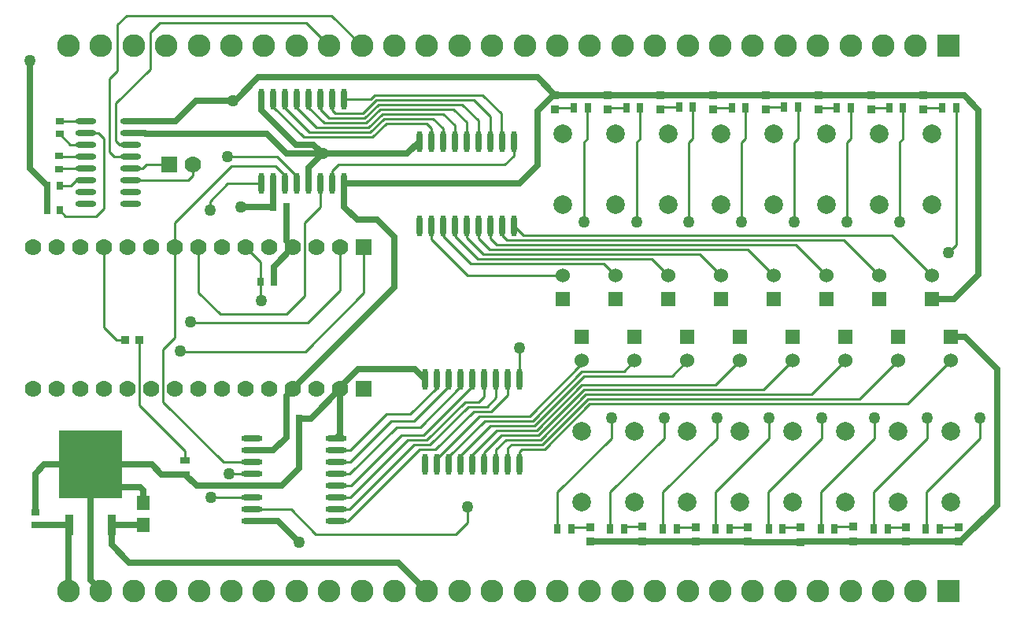
<source format=gtl>
%FSLAX25Y25*%
%MOIN*%
G70*
G01*
G75*
G04 Layer_Physical_Order=1*
G04 Layer_Color=255*
%ADD10R,0.05709X0.06102*%
%ADD11R,0.03740X0.02756*%
%ADD12R,0.03740X0.09055*%
%ADD13R,0.26772X0.28740*%
%ADD14O,0.08858X0.02362*%
%ADD15O,0.02362X0.09055*%
%ADD16O,0.09055X0.02362*%
%ADD17R,0.03543X0.03740*%
%ADD18R,0.02756X0.03740*%
%ADD19R,0.03150X0.03937*%
%ADD20R,0.03740X0.03543*%
%ADD21R,0.03937X0.03150*%
%ADD22C,0.02500*%
%ADD23C,0.01000*%
%ADD24R,0.09600X0.09600*%
%ADD25C,0.09600*%
%ADD26C,0.07000*%
%ADD27R,0.07000X0.07000*%
%ADD28C,0.06000*%
%ADD29R,0.06000X0.06000*%
%ADD30C,0.07874*%
%ADD31C,0.05000*%
D10*
X-341700Y-70274D02*
D03*
Y-79526D02*
D03*
D11*
X-387600Y-79656D02*
D03*
Y-74144D02*
D03*
X-377300Y86044D02*
D03*
Y91556D02*
D03*
X-335900Y91556D02*
D03*
Y86044D02*
D03*
X-377500Y71144D02*
D03*
Y76656D02*
D03*
D12*
X-373276Y-79517D02*
D03*
X-355324D02*
D03*
D13*
X-364300Y-53926D02*
D03*
D14*
X-366149Y91500D02*
D03*
Y86500D02*
D03*
Y81500D02*
D03*
Y76500D02*
D03*
Y71500D02*
D03*
Y66500D02*
D03*
Y61500D02*
D03*
Y56500D02*
D03*
X-347251Y91500D02*
D03*
Y86500D02*
D03*
Y81500D02*
D03*
Y76500D02*
D03*
Y71500D02*
D03*
Y66500D02*
D03*
Y61500D02*
D03*
Y56500D02*
D03*
D15*
X-225000Y47087D02*
D03*
X-220000D02*
D03*
X-215000D02*
D03*
X-210000D02*
D03*
X-205000D02*
D03*
X-200000D02*
D03*
X-195000D02*
D03*
X-190000D02*
D03*
X-185000D02*
D03*
X-225000Y82913D02*
D03*
X-220000D02*
D03*
X-215000D02*
D03*
X-210000D02*
D03*
X-205000D02*
D03*
X-200000D02*
D03*
X-195000D02*
D03*
X-190000D02*
D03*
X-185000D02*
D03*
X-256800Y100913D02*
D03*
X-261800D02*
D03*
X-266800D02*
D03*
X-271800D02*
D03*
X-276800D02*
D03*
X-281800D02*
D03*
X-286800D02*
D03*
X-291800D02*
D03*
X-256800Y65087D02*
D03*
X-261800D02*
D03*
X-266800D02*
D03*
X-271800D02*
D03*
X-276800D02*
D03*
X-281800D02*
D03*
X-286800D02*
D03*
X-291800D02*
D03*
X-222500Y-53713D02*
D03*
X-217500D02*
D03*
X-212500D02*
D03*
X-207500D02*
D03*
X-202500D02*
D03*
X-197500D02*
D03*
X-192500D02*
D03*
X-187500D02*
D03*
X-182500D02*
D03*
X-222500Y-17887D02*
D03*
X-217500D02*
D03*
X-212500D02*
D03*
X-207500D02*
D03*
X-202500D02*
D03*
X-197500D02*
D03*
X-192500D02*
D03*
X-187500D02*
D03*
X-182500D02*
D03*
D16*
X-260187Y-78000D02*
D03*
Y-73000D02*
D03*
Y-68000D02*
D03*
Y-63000D02*
D03*
Y-58000D02*
D03*
Y-53000D02*
D03*
Y-48000D02*
D03*
Y-43000D02*
D03*
X-296013Y-78000D02*
D03*
Y-73000D02*
D03*
Y-68000D02*
D03*
Y-63000D02*
D03*
Y-58000D02*
D03*
Y-53000D02*
D03*
Y-48000D02*
D03*
Y-43000D02*
D03*
D17*
X-343548Y-1100D02*
D03*
X-349651D02*
D03*
D18*
X-286856Y55200D02*
D03*
X-281344D02*
D03*
X-292056Y23400D02*
D03*
X-286544D02*
D03*
X-281256Y-34400D02*
D03*
X-275744D02*
D03*
X-377144Y53700D02*
D03*
X-382656D02*
D03*
X-377144Y64200D02*
D03*
X-382656D02*
D03*
D19*
X2453Y97300D02*
D03*
X-3453D02*
D03*
X-20047D02*
D03*
X-25953D02*
D03*
X-42247D02*
D03*
X-48153D02*
D03*
X-86747D02*
D03*
X-92653D02*
D03*
X-109047Y97400D02*
D03*
X-114953D02*
D03*
X-10453Y-81300D02*
D03*
X-4547D02*
D03*
X-32453D02*
D03*
X-26547D02*
D03*
X-64547Y97500D02*
D03*
X-70453D02*
D03*
X-131447Y97300D02*
D03*
X-137353D02*
D03*
X-153647D02*
D03*
X-159553D02*
D03*
X-54953Y-81300D02*
D03*
X-49047D02*
D03*
X-76953D02*
D03*
X-71047D02*
D03*
X-99453D02*
D03*
X-93547D02*
D03*
X-121853D02*
D03*
X-115947D02*
D03*
X-144053D02*
D03*
X-138147D02*
D03*
X-166453D02*
D03*
X-160547D02*
D03*
D20*
X-11400Y96448D02*
D03*
Y102551D02*
D03*
X-33600Y96448D02*
D03*
Y102551D02*
D03*
X-56000Y96448D02*
D03*
Y102551D02*
D03*
X3500Y-80449D02*
D03*
Y-86551D02*
D03*
X-19000Y-80449D02*
D03*
Y-86551D02*
D03*
X-78300Y96448D02*
D03*
Y102551D02*
D03*
X-100600Y96448D02*
D03*
Y102551D02*
D03*
X-122900Y96448D02*
D03*
Y102551D02*
D03*
X-145200Y96448D02*
D03*
Y102551D02*
D03*
X-167500Y96448D02*
D03*
Y102551D02*
D03*
X-41100Y-80348D02*
D03*
Y-86451D02*
D03*
X-63500Y-80648D02*
D03*
Y-86751D02*
D03*
X-86000Y-80449D02*
D03*
Y-86551D02*
D03*
X-108000Y-80449D02*
D03*
Y-86551D02*
D03*
X-130500Y-80348D02*
D03*
Y-86451D02*
D03*
X-152500Y-80449D02*
D03*
Y-86551D02*
D03*
D21*
X-324100Y-58053D02*
D03*
Y-52147D02*
D03*
D22*
X-389800Y71344D02*
Y117000D01*
X-355324Y-79517D02*
X-355314Y-79526D01*
X-341700D01*
X-364300Y-53926D02*
X-354826Y-63400D01*
X-343200D01*
X-341700Y-64900D01*
Y-70274D02*
Y-64900D01*
X-233800Y-95400D02*
X-221700Y-107500D01*
X-347800Y-95400D02*
X-233800D01*
X-355324Y-87876D02*
X-347800Y-95400D01*
X-355324Y-87876D02*
Y-79517D01*
X-296013Y-78000D02*
X-284800D01*
X-275900Y-86900D01*
X-264400Y-107500D02*
X-263100D01*
X-364300Y-102900D02*
X-359700Y-107500D01*
X-364300Y-102900D02*
Y-53926D01*
X-338174D01*
X-334047Y-58053D01*
X-324100D01*
X-383726Y-53926D02*
X-364300D01*
X-387600Y-57800D02*
X-383726Y-53926D01*
X-387600Y-74144D02*
Y-57800D01*
X-373584Y-79656D02*
X-373500Y-79740D01*
X-387600Y-79656D02*
X-373584D01*
X-373500Y-107500D02*
Y-79740D01*
X-324100Y-58053D02*
X-319153Y-63000D01*
X-296013D01*
X5649Y102551D02*
X11900Y96300D01*
Y26400D02*
Y96300D01*
X1500Y16000D02*
X11900Y26400D01*
X-11400Y102551D02*
X5649D01*
X-8000Y16000D02*
X1500D01*
X-152500Y-86551D02*
X-108000D01*
X-86000D01*
X-85800Y-86751D01*
X-63500D01*
X-63200Y-86451D01*
X-41100D01*
X-41000Y-86551D01*
X-19000D01*
X3500D01*
X4221D01*
X19700Y-71072D01*
X0Y0D02*
X6100D01*
X19700Y-13600D01*
Y-71072D02*
Y-13600D01*
X-167500Y102551D02*
X-145200D01*
X-122900D01*
X-100600D01*
X-78300D01*
X-56000D01*
X-33600D01*
X-11400D01*
X-281256Y-34400D02*
Y-24756D01*
X-278450Y-21950D01*
X-275744Y-34400D02*
X-270900D01*
X-258450Y-21950D01*
X-260187Y-43000D02*
X-258450Y-41263D01*
Y-21950D01*
Y-21150D01*
X-250800Y-13500D01*
X-226887D01*
X-222500Y-17887D01*
X-296013Y-63000D02*
X-283100D01*
X-275744Y-55644D01*
Y-34400D01*
X-230113Y77800D02*
X-225000Y82913D01*
X-271800Y71900D02*
X-265900Y77800D01*
X-271800Y65087D02*
Y71900D01*
X-265900Y77800D02*
X-230113D01*
X-168221Y102551D02*
X-167500D01*
X-174900Y95872D02*
X-168221Y102551D01*
X-174900Y72800D02*
Y95872D01*
X-256800Y65087D02*
X-182613D01*
X-174900Y72800D01*
X-281344Y40944D02*
Y55200D01*
Y40944D02*
X-278450Y38050D01*
X-286856Y55200D02*
Y65031D01*
X-286800Y65087D01*
X-256800Y55300D02*
Y65087D01*
Y55300D02*
X-251300Y49800D01*
X-242900D01*
X-235500Y42400D01*
X-278450Y-21950D02*
X-235500Y21000D01*
Y42400D01*
X-286544Y29956D02*
X-278450Y38050D01*
X-296013Y-48000D02*
X-286700D01*
X-281256Y-42556D01*
Y-34400D01*
X-286544Y23400D02*
Y29956D01*
X-300500Y55200D02*
X-286856D01*
X-293300Y110000D02*
X-174949D01*
X-167500Y102551D01*
X-382656Y53700D02*
Y64200D01*
X-389800Y71344D02*
X-382656Y64200D01*
X-335956Y91500D02*
X-335900Y91556D01*
X-328244D02*
X-319500Y100300D01*
X-335900Y91556D02*
X-328244D01*
X-347251Y91500D02*
X-335956D01*
X-340744Y86044D02*
X-335900D01*
X-347151Y86400D02*
X-341100D01*
X-340744Y86044D01*
X-303800Y100300D02*
X-303000D01*
X-319500D02*
X-303800D01*
X-303000D02*
X-293300Y110000D01*
X-291800Y96300D02*
Y100913D01*
Y96300D02*
X-277100Y81600D01*
X-269700D01*
X-265900Y77800D01*
X-335900Y86044D02*
X-289444D01*
X-281200Y77800D01*
X-265900D01*
D23*
X-361800Y51300D02*
X-358600Y54500D01*
X-374744Y51300D02*
X-361800D01*
X-377144Y53700D02*
X-374744Y51300D01*
X-353100Y-1100D02*
X-349651D01*
X-358450Y4250D02*
X-353100Y-1100D01*
X-358450Y4250D02*
Y38050D01*
X-308000Y-52900D02*
X-296113D01*
X-333450Y-27450D02*
X-308000Y-52900D01*
X-333450Y-27450D02*
Y-5350D01*
X-356200Y109400D02*
X-352700Y112900D01*
X-356200Y78500D02*
Y109400D01*
Y78500D02*
X-354200Y76500D01*
X-262100Y136300D02*
X-249300Y123500D01*
X-348800Y136300D02*
X-262100D01*
X-352700Y132400D02*
X-348800Y136300D01*
X-352700Y112900D02*
Y132400D01*
X-354200Y76500D02*
X-347251D01*
X-272900Y133300D02*
X-263100Y123500D01*
X-334800Y133300D02*
X-272900D01*
X-339000Y129100D02*
X-334800Y133300D01*
X-339000Y113500D02*
Y129100D01*
X-353500Y99000D02*
X-339000Y113500D01*
X-353500Y83000D02*
Y99000D01*
Y83000D02*
X-352000Y81500D01*
X-347251D01*
X-320800Y68400D02*
Y73000D01*
X-322700Y66500D02*
X-320800Y68400D01*
X-347251Y66500D02*
X-322700D01*
X-340600Y73000D02*
X-330800D01*
X-342100Y71500D02*
X-340600Y73000D01*
X-347251Y71500D02*
X-342100D01*
X-268700Y-83400D02*
X-209400D01*
X-204500Y-78500D01*
Y-71800D01*
X-324100Y-52147D02*
Y-48248D01*
X-343450Y-28898D02*
X-324100Y-48248D01*
X-343450Y-28898D02*
Y-1198D01*
X-343548Y-1100D02*
X-343450Y-1198D01*
X-306100Y65000D02*
X-291887D01*
X-313500Y57600D02*
X-306100Y65000D01*
X-313500Y53700D02*
Y57600D01*
X-328450Y38050D02*
Y48378D01*
X-304400Y72400D02*
X-285800D01*
X-309800Y67000D02*
X-304400Y72400D01*
X-309828Y67000D02*
X-309800D01*
X-328450Y48378D02*
X-309828Y67000D01*
X-197300Y-35400D02*
X-177000D01*
X-212500Y-50600D02*
X-197300Y-35400D01*
X-212500Y-53713D02*
Y-50600D01*
X-204100Y-29400D02*
X-196300D01*
X-220386Y-45686D02*
X-204100Y-29400D01*
X-227286Y-45686D02*
X-220386D01*
X-202000Y-31400D02*
X-194500D01*
X-218286Y-47686D02*
X-202000Y-31400D01*
X-224886Y-47686D02*
X-218286D01*
X-199500Y-33400D02*
X-178200D01*
X-217500Y-51400D02*
X-199500Y-33400D01*
X-217500Y-53713D02*
Y-51400D01*
X-194800Y-37400D02*
X-176172D01*
X-207500Y-50100D02*
X-194800Y-37400D01*
X-207500Y-53713D02*
Y-50100D01*
X-192200Y-39400D02*
X-175343D01*
X-202500Y-49700D02*
X-192200Y-39400D01*
X-202500Y-53713D02*
Y-49700D01*
X-190100Y-41400D02*
X-174515D01*
X-197500Y-48800D02*
X-190100Y-41400D01*
X-197500Y-53713D02*
Y-48800D01*
X-188300Y-43400D02*
X-173686D01*
X-192500Y-47600D02*
X-188300Y-43400D01*
X-192500Y-53713D02*
Y-47600D01*
X-202500Y-20700D02*
Y-17887D01*
X-223300Y-41500D02*
X-202500Y-20700D01*
X-232500Y-41500D02*
X-223300D01*
X-255200Y-78000D02*
X-224886Y-47686D01*
X-260187Y-78000D02*
X-255200D01*
X-254600Y-73000D02*
X-227286Y-45686D01*
X-260187Y-73000D02*
X-254600D01*
X-229719Y-43619D02*
X-221876D01*
X-254100Y-68000D02*
X-229719Y-43619D01*
X-260187Y-68000D02*
X-254100D01*
X-254000Y-63000D02*
X-232500Y-41500D01*
X-260187Y-63000D02*
X-254000D01*
X-234500Y-38100D02*
X-224600D01*
X-254400Y-58000D02*
X-234500Y-38100D01*
X-260187Y-58000D02*
X-254400D01*
X-236900Y-35600D02*
X-227300D01*
X-254300Y-53000D02*
X-236900Y-35600D01*
X-260187Y-53000D02*
X-254300D01*
X-238700Y-32600D02*
X-228700D01*
X-254100Y-48000D02*
X-238700Y-32600D01*
X-260187Y-48000D02*
X-254100D01*
X-224600Y-38100D02*
X-207500Y-21000D01*
Y-17887D01*
X-227300Y-35600D02*
X-212500Y-20800D01*
Y-17887D01*
X-228700Y-32600D02*
X-217500Y-21400D01*
Y-17887D01*
X-221876Y-43619D02*
X-205657Y-27400D01*
X-199700D01*
X-196300Y-29400D02*
X-192500Y-25600D01*
X-197500Y-17887D02*
X-197400Y-17987D01*
Y-25100D02*
Y-17987D01*
X-199700Y-27400D02*
X-197400Y-25100D01*
X-192500Y-25600D02*
Y-17887D01*
X-187500Y-24400D02*
Y-17887D01*
X-194500Y-31400D02*
X-187500Y-24400D01*
X-186000Y-45400D02*
X-172858D01*
X-187500Y-46900D02*
X-186000Y-45400D01*
X-187500Y-53713D02*
Y-46900D01*
X-156100Y-11300D02*
Y-10000D01*
X-178200Y-33400D02*
X-156100Y-11300D01*
X-172029Y-47400D02*
X-152830Y-28200D01*
X-181500Y-47400D02*
X-172029D01*
X-182500Y-48400D02*
X-181500Y-47400D01*
X-172858Y-45400D02*
X-153658Y-26200D01*
X-173686Y-43400D02*
X-154486Y-24200D01*
X-174515Y-41400D02*
X-155315Y-22200D01*
X-175343Y-39400D02*
X-156143Y-20200D01*
X-176172Y-37400D02*
X-155272Y-16500D01*
X-177000Y-35400D02*
X-156100Y-14500D01*
X-153658Y-26200D02*
X-38500D01*
X-154486Y-24200D02*
X-58800D01*
X-155315Y-22200D02*
X-79100D01*
X-156143Y-20200D02*
X-99400D01*
X-155272Y-16500D02*
X-118000D01*
X-156100Y-14500D02*
X-138300D01*
X-182500Y-53713D02*
Y-48400D01*
X-138300Y-14500D02*
X-133800Y-10000D01*
X-118000Y-16500D02*
X-111500Y-10000D01*
X-79100Y-22200D02*
X-66900Y-10000D01*
X-99400Y-20200D02*
X-89200Y-10000D01*
X-58800Y-24200D02*
X-44600Y-10000D01*
X-38500Y-26200D02*
X-22300Y-10000D01*
X-155300Y48700D02*
Y82600D01*
X-153847Y84053D01*
Y97300D01*
X-133000Y48700D02*
Y82600D01*
X-131547Y84053D01*
Y97300D01*
X-110700Y48700D02*
Y82600D01*
X-109247Y84053D01*
Y97300D01*
X-88400Y48700D02*
Y82600D01*
X-86947Y84053D01*
Y97300D01*
X-66100Y48700D02*
Y82600D01*
X-64647Y84053D01*
Y97300D01*
X-43800Y48700D02*
Y82600D01*
X-42347Y84053D01*
Y97300D01*
X-20047Y84053D02*
Y97300D01*
X-21500Y82600D02*
X-20047Y84053D01*
X-21500Y48700D02*
Y82600D01*
X-800Y35800D02*
X2453Y39053D01*
Y97300D01*
X-153700Y97247D02*
X-153647Y97300D01*
X-210000Y42700D02*
X-200300Y33000D01*
X-205000Y42200D02*
X-197800Y35000D01*
X-200000Y41900D02*
X-195100Y37000D01*
X-195000Y41700D02*
X-192300Y39000D01*
X-190000Y43100D02*
X-187900Y41000D01*
X-45300D01*
X-192300Y39000D02*
X-65600D01*
X-195100Y37000D02*
X-85900D01*
X-197800Y35000D02*
X-106200D01*
X-200300Y33000D02*
X-126500D01*
X-119500Y26000D01*
X-106200Y35000D02*
X-97200Y26000D01*
X-85900Y37000D02*
X-74900Y26000D01*
X-65600Y39000D02*
X-52600Y26000D01*
X-45300Y41000D02*
X-30300Y26000D01*
X-25000Y43000D02*
X-8000Y26000D01*
X-180913Y43000D02*
X-25000D01*
X-185000Y47087D02*
X-180913Y43000D01*
X-210000Y42700D02*
Y47087D01*
X-200000Y41900D02*
Y47087D01*
X-205000Y42200D02*
Y47087D01*
X-204500Y26000D02*
X-164100D01*
X-220000Y41500D02*
X-204500Y26000D01*
X-220000Y41500D02*
Y47087D01*
X-190000Y43100D02*
Y47087D01*
X-195000Y41700D02*
Y47087D01*
X-203100Y31000D02*
X-146800D01*
X-215000Y42900D02*
X-203100Y31000D01*
X-215000Y42900D02*
Y47087D01*
X-146800Y31000D02*
X-141800Y26000D01*
X-167500Y96448D02*
X-166648Y97300D01*
X-159553D01*
X-145200Y96448D02*
X-144348Y97300D01*
X-137353D01*
X-122900Y96448D02*
X-121948Y97400D01*
X-114953D01*
X-100600Y96448D02*
X-99748Y97300D01*
X-92653D01*
X-78300Y96448D02*
X-77248Y97500D01*
X-70453D01*
X-56000Y96448D02*
X-55148Y97300D01*
X-48153D01*
X-33600Y96448D02*
X-32748Y97300D01*
X-25953D01*
X-11400Y96448D02*
X-10548Y97300D01*
X-3453D01*
X-152830Y-28200D02*
X-18200D01*
X0Y-10000D01*
X-143600Y-42800D02*
Y-34100D01*
X-166453Y-65653D02*
X-143600Y-42800D01*
X-166453Y-81300D02*
Y-65653D01*
X-144153Y-81300D02*
Y-65653D01*
X-121300Y-42800D01*
Y-34100D01*
X-121853Y-81300D02*
Y-65653D01*
X-99000Y-42800D01*
Y-34100D01*
X-99553Y-81300D02*
Y-65653D01*
X-76700Y-42800D01*
Y-34100D01*
X-77253Y-81300D02*
Y-65653D01*
X-54400Y-42800D01*
Y-34100D01*
X-54953Y-81300D02*
Y-65653D01*
X-32100Y-42800D01*
Y-34100D01*
X-32653Y-81300D02*
Y-65653D01*
X-9800Y-42800D01*
Y-34100D01*
X-10353Y-81300D02*
Y-65653D01*
X12500Y-42800D01*
Y-34100D01*
X-159696Y-80449D02*
X-152500D01*
X-160547Y-81300D02*
X-159696Y-80449D01*
X-137696Y-80348D02*
X-130500D01*
X-115196Y-80449D02*
X-108000D01*
X-93196D02*
X-86000D01*
X-70696Y-80648D02*
X-63500D01*
X-48296Y-80348D02*
X-41100D01*
X-26196Y-80449D02*
X-19000D01*
X-3696D02*
X3500D01*
X-190300Y83213D02*
X-190000Y82913D01*
X-261800Y96300D02*
Y100913D01*
X-190300Y83213D02*
Y94800D01*
X-266800Y96600D02*
Y100913D01*
X-261800Y96300D02*
X-260386Y94886D01*
X-266800Y96600D02*
X-263086Y92886D01*
X-195000Y82913D02*
Y93600D01*
X-271800Y97300D02*
Y100913D01*
Y97300D02*
X-265200Y90700D01*
X-247413D01*
X-205000Y82913D02*
Y91113D01*
X-200000Y82913D02*
Y91800D01*
X-210000Y82913D02*
Y89800D01*
X-215000Y82913D02*
Y88313D01*
X-256800Y100913D02*
X-245685D01*
X-220000Y82913D02*
Y88600D01*
X-244928Y84700D02*
X-239028Y90600D01*
X-222000D01*
X-220000Y88600D01*
X-243999Y102600D02*
X-198100D01*
X-243170Y100600D02*
X-202000D01*
X-242342Y98600D02*
X-206800D01*
X-241513Y96600D02*
X-210487D01*
X-240685Y94600D02*
X-214800D01*
X-239857Y92600D02*
X-219287D01*
X-245757Y86700D02*
X-239857Y92600D01*
X-219287D02*
X-215000Y88313D01*
X-246585Y88700D02*
X-240685Y94600D01*
X-214800D02*
X-210000Y89800D01*
X-247413Y90700D02*
X-241513Y96600D01*
X-210487D02*
X-205000Y91113D01*
X-248056Y92886D02*
X-242342Y98600D01*
X-206800D02*
X-200000Y91800D01*
X-248884Y94886D02*
X-243170Y100600D01*
X-202000D02*
X-195000Y93600D01*
X-245685Y100913D02*
X-243999Y102600D01*
X-198100D02*
X-190300Y94800D01*
X-260386Y94886D02*
X-248884D01*
X-263086Y92886D02*
X-248056D01*
X-261800Y65087D02*
Y70500D01*
X-259100Y73200D01*
X-188700D01*
X-185000Y76900D01*
Y82913D01*
X-328450Y-350D02*
Y38050D01*
X-296113Y-52900D02*
X-296013Y-53000D01*
X-298450Y38050D02*
X-292056Y31656D01*
X-333450Y-5350D02*
X-328450Y-350D01*
X-182500Y-17887D02*
Y-4600D01*
X-279100Y-73000D02*
X-268700Y-83400D01*
X-296013Y-73000D02*
X-279100D01*
X-292056Y23400D02*
Y31656D01*
X-266800Y55100D02*
Y65087D01*
X-273450Y48450D02*
X-266800Y55100D01*
X-291887Y65000D02*
X-291800Y65087D01*
X-305600Y-58000D02*
X-296013D01*
X-313100Y-68000D02*
X-296013D01*
X-273450Y17550D02*
Y48450D01*
X-318450Y18950D02*
Y38050D01*
Y18950D02*
X-309200Y9700D01*
X-281300D01*
X-273450Y17550D01*
X-292056Y15556D02*
Y23400D01*
Y15556D02*
X-292000Y15500D01*
X-377144Y71500D02*
X-366149D01*
X-377500Y71144D02*
X-377144Y71500D01*
X-377344Y76500D02*
X-366149D01*
X-377500Y76656D02*
X-377344Y76500D01*
X-372756Y81500D02*
X-366149D01*
X-377300Y86044D02*
X-372756Y81500D01*
X-377244Y91500D02*
X-366149D01*
X-377300Y91556D02*
X-377244Y91500D01*
X-248450Y18650D02*
Y38050D01*
X-273200Y-6100D02*
X-248450Y18650D01*
X-258450Y19950D02*
Y38050D01*
X-272200Y6200D02*
X-258450Y19950D01*
X-321700Y6600D02*
X-321300Y6200D01*
X-272200D01*
X-326300Y-6100D02*
X-273200D01*
X-366149Y86500D02*
X-360800D01*
X-358600Y54500D02*
Y84300D01*
X-360800Y86500D02*
X-358600Y84300D01*
X-370100Y66500D02*
X-366149D01*
X-372600Y64000D02*
X-370100Y66500D01*
X-376944Y64000D02*
X-372600D01*
X-377144Y64200D02*
X-376944Y64000D01*
X-281800Y65087D02*
Y68400D01*
X-285800Y72400D02*
X-281800Y68400D01*
X-276800Y65087D02*
Y68100D01*
X-286800Y97500D02*
Y100913D01*
Y97500D02*
X-274000Y84700D01*
X-244928D01*
X-281800Y97100D02*
Y100913D01*
Y97100D02*
X-271400Y86700D01*
X-245757D01*
X-276800Y97000D02*
Y100913D01*
Y97000D02*
X-268500Y88700D01*
X-246585D01*
X-306200Y76600D02*
X-285300D01*
X-276800Y68100D01*
D24*
X-900Y-107500D02*
D03*
Y123500D02*
D03*
D25*
X-14700Y-107500D02*
D03*
X-28500D02*
D03*
X-42300D02*
D03*
X-56100D02*
D03*
X-69900D02*
D03*
X-83700D02*
D03*
X-97500D02*
D03*
X-111300D02*
D03*
X-125100D02*
D03*
X-138900D02*
D03*
X-152700D02*
D03*
X-166500D02*
D03*
X-180300D02*
D03*
X-194100D02*
D03*
X-207900D02*
D03*
X-221700D02*
D03*
X-235500D02*
D03*
X-249300D02*
D03*
X-263100D02*
D03*
X-276900D02*
D03*
X-290700D02*
D03*
X-304500D02*
D03*
X-318300D02*
D03*
X-332100D02*
D03*
X-345900D02*
D03*
X-359700D02*
D03*
X-373500D02*
D03*
X-14700Y123500D02*
D03*
X-28500D02*
D03*
X-42300D02*
D03*
X-56100D02*
D03*
X-69900D02*
D03*
X-83700D02*
D03*
X-97500D02*
D03*
X-111300D02*
D03*
X-125100D02*
D03*
X-138900D02*
D03*
X-152700D02*
D03*
X-166500D02*
D03*
X-180300D02*
D03*
X-194100D02*
D03*
X-207900D02*
D03*
X-221700D02*
D03*
X-235500D02*
D03*
X-249300D02*
D03*
X-263100D02*
D03*
X-276900D02*
D03*
X-290700D02*
D03*
X-304500D02*
D03*
X-318300D02*
D03*
X-332100D02*
D03*
X-345900D02*
D03*
X-359700D02*
D03*
X-373500D02*
D03*
D26*
X-320800Y73000D02*
D03*
X-388450Y38050D02*
D03*
X-378450D02*
D03*
X-368450D02*
D03*
X-358450D02*
D03*
X-348450D02*
D03*
X-338450D02*
D03*
X-328450D02*
D03*
X-298450D02*
D03*
X-308450D02*
D03*
X-318450D02*
D03*
X-258450D02*
D03*
X-268450D02*
D03*
X-278450D02*
D03*
X-288450D02*
D03*
X-388450Y-21950D02*
D03*
X-378450D02*
D03*
X-368450D02*
D03*
X-358450D02*
D03*
X-348450D02*
D03*
X-338450D02*
D03*
X-328450D02*
D03*
X-298450D02*
D03*
X-308450D02*
D03*
X-318450D02*
D03*
X-258450D02*
D03*
X-268450D02*
D03*
X-278450D02*
D03*
X-288450D02*
D03*
D27*
X-330800Y73000D02*
D03*
X-248450Y38050D02*
D03*
Y-21950D02*
D03*
D28*
X-22300Y-10000D02*
D03*
X-8000Y26000D02*
D03*
X-30300D02*
D03*
X-156100Y-10000D02*
D03*
X-133800D02*
D03*
X-111500D02*
D03*
X-89200D02*
D03*
X-66900D02*
D03*
X-44600D02*
D03*
X0D02*
D03*
X-164100Y26000D02*
D03*
X-141800D02*
D03*
X-119500D02*
D03*
X-97200D02*
D03*
X-74900D02*
D03*
X-52600D02*
D03*
D29*
X-22300Y0D02*
D03*
X-8000Y16000D02*
D03*
X-30300D02*
D03*
X-156100Y0D02*
D03*
X-133800D02*
D03*
X-111500D02*
D03*
X-89200D02*
D03*
X-66900D02*
D03*
X-44600D02*
D03*
X0D02*
D03*
X-164100Y16000D02*
D03*
X-141800D02*
D03*
X-119500D02*
D03*
X-97200D02*
D03*
X-74900D02*
D03*
X-52600D02*
D03*
D30*
X-22300Y-40000D02*
D03*
Y-70000D02*
D03*
X-8000Y56000D02*
D03*
Y86000D02*
D03*
X-30300Y56000D02*
D03*
Y86000D02*
D03*
X-156100Y-40000D02*
D03*
Y-70000D02*
D03*
X-133800Y-40000D02*
D03*
Y-70000D02*
D03*
X-111500Y-40000D02*
D03*
Y-70000D02*
D03*
X-89200Y-40000D02*
D03*
Y-70000D02*
D03*
X-66900Y-40000D02*
D03*
Y-70000D02*
D03*
X-44600Y-40000D02*
D03*
Y-70000D02*
D03*
X0Y-40000D02*
D03*
Y-70000D02*
D03*
X-164100Y56000D02*
D03*
Y86000D02*
D03*
X-141800Y56000D02*
D03*
Y86000D02*
D03*
X-119500Y56000D02*
D03*
Y86000D02*
D03*
X-97200Y56000D02*
D03*
Y86000D02*
D03*
X-74900Y56000D02*
D03*
Y86000D02*
D03*
X-52600Y56000D02*
D03*
Y86000D02*
D03*
D31*
X-275900Y-86900D02*
D03*
X-800Y35800D02*
D03*
X-21500Y48700D02*
D03*
X-43800D02*
D03*
X-66100D02*
D03*
X-88400D02*
D03*
X-110700D02*
D03*
X-133000D02*
D03*
X-155300D02*
D03*
X-143600Y-34100D02*
D03*
X-121300D02*
D03*
X-99000D02*
D03*
X-76700D02*
D03*
X-54400D02*
D03*
X-32100D02*
D03*
X-9800D02*
D03*
X12500D02*
D03*
X-265900Y77800D02*
D03*
X-306200Y76500D02*
D03*
X-305600Y-58000D02*
D03*
X-313100Y-68000D02*
D03*
X-204500Y-71800D02*
D03*
X-182500Y-4600D02*
D03*
X-313500Y53700D02*
D03*
X-292000Y15500D02*
D03*
X-300500Y55200D02*
D03*
X-303800Y100300D02*
D03*
X-321700Y6600D02*
D03*
X-326300Y-5700D02*
D03*
X-389700Y117000D02*
D03*
M02*

</source>
